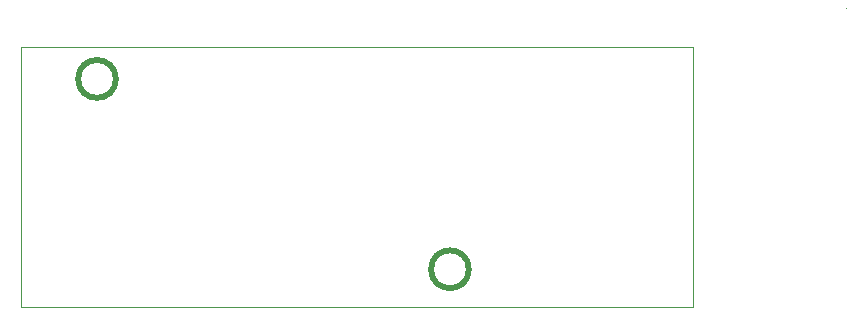
<source format=gbr>
G04 #@! TF.GenerationSoftware,KiCad,Pcbnew,(5.1.2)-2*
G04 #@! TF.CreationDate,2020-12-09T13:32:10+01:00*
G04 #@! TF.ProjectId,Relay-Board,52656c61-792d-4426-9f61-72642e6b6963,rev?*
G04 #@! TF.SameCoordinates,Original*
G04 #@! TF.FileFunction,Profile,NP*
%FSLAX46Y46*%
G04 Gerber Fmt 4.6, Leading zero omitted, Abs format (unit mm)*
G04 Created by KiCad (PCBNEW (5.1.2)-2) date 2020-12-09 13:32:10*
%MOMM*%
%LPD*%
G04 APERTURE LIST*
%ADD10C,0.500000*%
%ADD11C,0.100000*%
%ADD12C,0.050000*%
G04 APERTURE END LIST*
D10*
X126796600Y-66664840D02*
G75*
G03X126796600Y-66664840I-1600000J0D01*
G01*
X96910960Y-50551280D02*
G75*
G03X96910960Y-50551280I-1600000J0D01*
G01*
D11*
X88900000Y-47879000D02*
X88900000Y-69850000D01*
X145796000Y-47879000D02*
X88900000Y-47879000D01*
X145796000Y-69850000D02*
X145796000Y-47879000D01*
X88900000Y-69850000D02*
X145796000Y-69850000D01*
D12*
X158750000Y-44513500D02*
X158750000Y-44513500D01*
M02*

</source>
